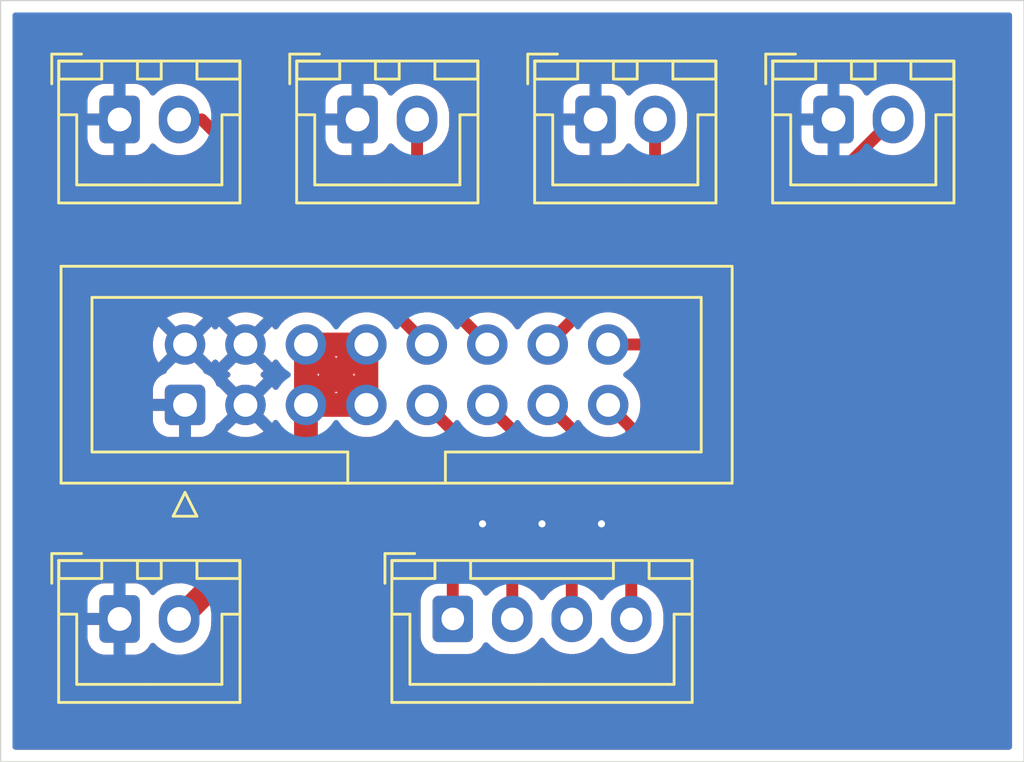
<source format=kicad_pcb>
(kicad_pcb (version 20241229) (generator "pcbnew") (generator_version "9.0")
  (layers (0 "F.Cu" signal) (2 "B.Cu" signal) (13 "F.Paste" user) (15 "B.Paste" user) (5 "F.SilkS" user "F.Silkscreen") (7 "B.SilkS" user "B.Silkscreen") (1 "F.Mask" user) (3 "B.Mask" user) (25 "Edge.Cuts" user))
  (net 0 "")
  (net 1 "/GND")
  (net 2 "/24V")
  (net 3 "Net-(J1-Pin_11)")
  (net 4 "Net-(J1-Pin_13)")
  (net 5 "Net-(J1-Pin_15)")
  (net 6 "Net-(J1-Pin_16)")
  (net 7 "Net-(J1-Pin_14)")
  (net 8 "Net-(J1-Pin_10)")
  (net 9 "Net-(J1-Pin_9)")
  (net 10 "Net-(J1-Pin_12)")
  (footprint "Connector_JST:JST_XH_B2B-XH-A_1x02_P2.50mm_Vertical" (layer "F.Cu") (at 50 30)
    (property "Reference" "J3" (hide yes))
    (property "Value" "X-STOP")
    (fp_line (start -2.85 -2.75) (end -2.85 -1.5) (stroke (width 0.12)) (layer "F.SilkS"))
    (fp_line (start -2.56 -2.46) (end -2.56 3.51) (stroke (width 0.12)) (layer "F.SilkS"))
    (fp_line (start -2.56 3.51) (end 5.06 3.51) (stroke (width 0.12)) (layer "F.SilkS"))
    (fp_line (start -2.55 -2.45) (end -2.55 -1.7) (stroke (width 0.12)) (layer "F.SilkS"))
    (fp_line (start -2.55 -1.7) (end -0.75 -1.7) (stroke (width 0.12)) (layer "F.SilkS"))
    (fp_line (start -2.55 -0.2) (end -1.8 -0.2) (stroke (width 0.12)) (layer "F.SilkS"))
    (fp_line (start -1.8 -0.2) (end -1.8 2.75) (stroke (width 0.12)) (layer "F.SilkS"))
    (fp_line (start -1.8 2.75) (end 1.25 2.75) (stroke (width 0.12)) (layer "F.SilkS"))
    (fp_line (start -1.6 -2.75) (end -2.85 -2.75) (stroke (width 0.12)) (layer "F.SilkS"))
    (fp_line (start -0.75 -2.45) (end -2.55 -2.45) (stroke (width 0.12)) (layer "F.SilkS"))
    (fp_line (start -0.75 -1.7) (end -0.75 -2.45) (stroke (width 0.12)) (layer "F.SilkS"))
    (fp_line (start 0.75 -2.45) (end 0.75 -1.7) (stroke (width 0.12)) (layer "F.SilkS"))
    (fp_line (start 0.75 -1.7) (end 1.75 -1.7) (stroke (width 0.12)) (layer "F.SilkS"))
    (fp_line (start 1.75 -2.45) (end 0.75 -2.45) (stroke (width 0.12)) (layer "F.SilkS"))
    (fp_line (start 1.75 -1.7) (end 1.75 -2.45) (stroke (width 0.12)) (layer "F.SilkS"))
    (fp_line (start 3.25 -2.45) (end 3.25 -1.7) (stroke (width 0.12)) (layer "F.SilkS"))
    (fp_line (start 3.25 -1.7) (end 5.05 -1.7) (stroke (width 0.12)) (layer "F.SilkS"))
    (fp_line (start 4.3 -0.2) (end 4.3 2.75) (stroke (width 0.12)) (layer "F.SilkS"))
    (fp_line (start 4.3 2.75) (end 1.25 2.75) (stroke (width 0.12)) (layer "F.SilkS"))
    (fp_line (start 5.05 -2.45) (end 3.25 -2.45) (stroke (width 0.12)) (layer "F.SilkS"))
    (fp_line (start 5.05 -1.7) (end 5.05 -2.45) (stroke (width 0.12)) (layer "F.SilkS"))
    (fp_line (start 5.05 -0.2) (end 4.3 -0.2) (stroke (width 0.12)) (layer "F.SilkS"))
    (fp_line (start 5.06 -2.46) (end -2.56 -2.46) (stroke (width 0.12)) (layer "F.SilkS"))
    (fp_line (start 5.06 3.51) (end 5.06 -2.46) (stroke (width 0.12)) (layer "F.SilkS"))
    (pad "1" thru_hole roundrect (at 0 0) (size 1.7 2) (drill 1) (layers "*.Cu" "*.Mask") (roundrect_rratio 0.147059) (net 1 "/GND"))
    (pad "2" thru_hole oval (at 2.5 0) (size 1.7 2) (drill 1) (layers "*.Cu" "*.Mask") (net 7 "Net-(J1-Pin_14)"))
  )
  (footprint "Connector_JST:JST_XH_B2B-XH-A_1x02_P2.50mm_Vertical" (layer "F.Cu") (at 30 30)
    (property "Reference" "J2" (hide yes))
    (property "Value" "C FAN")
    (fp_line (start -2.85 -2.75) (end -2.85 -1.5) (stroke (width 0.12)) (layer "F.SilkS"))
    (fp_line (start -2.56 -2.46) (end -2.56 3.51) (stroke (width 0.12)) (layer "F.SilkS"))
    (fp_line (start -2.56 3.51) (end 5.06 3.51) (stroke (width 0.12)) (layer "F.SilkS"))
    (fp_line (start -2.55 -2.45) (end -2.55 -1.7) (stroke (width 0.12)) (layer "F.SilkS"))
    (fp_line (start -2.55 -1.7) (end -0.75 -1.7) (stroke (width 0.12)) (layer "F.SilkS"))
    (fp_line (start -2.55 -0.2) (end -1.8 -0.2) (stroke (width 0.12)) (layer "F.SilkS"))
    (fp_line (start -1.8 -0.2) (end -1.8 2.75) (stroke (width 0.12)) (layer "F.SilkS"))
    (fp_line (start -1.8 2.75) (end 1.25 2.75) (stroke (width 0.12)) (layer "F.SilkS"))
    (fp_line (start -1.6 -2.75) (end -2.85 -2.75) (stroke (width 0.12)) (layer "F.SilkS"))
    (fp_line (start -0.75 -2.45) (end -2.55 -2.45) (stroke (width 0.12)) (layer "F.SilkS"))
    (fp_line (start -0.75 -1.7) (end -0.75 -2.45) (stroke (width 0.12)) (layer "F.SilkS"))
    (fp_line (start 0.75 -2.45) (end 0.75 -1.7) (stroke (width 0.12)) (layer "F.SilkS"))
    (fp_line (start 0.75 -1.7) (end 1.75 -1.7) (stroke (width 0.12)) (layer "F.SilkS"))
    (fp_line (start 1.75 -2.45) (end 0.75 -2.45) (stroke (width 0.12)) (layer "F.SilkS"))
    (fp_line (start 1.75 -1.7) (end 1.75 -2.45) (stroke (width 0.12)) (layer "F.SilkS"))
    (fp_line (start 3.25 -2.45) (end 3.25 -1.7) (stroke (width 0.12)) (layer "F.SilkS"))
    (fp_line (start 3.25 -1.7) (end 5.05 -1.7) (stroke (width 0.12)) (layer "F.SilkS"))
    (fp_line (start 4.3 -0.2) (end 4.3 2.75) (stroke (width 0.12)) (layer "F.SilkS"))
    (fp_line (start 4.3 2.75) (end 1.25 2.75) (stroke (width 0.12)) (layer "F.SilkS"))
    (fp_line (start 5.05 -2.45) (end 3.25 -2.45) (stroke (width 0.12)) (layer "F.SilkS"))
    (fp_line (start 5.05 -1.7) (end 5.05 -2.45) (stroke (width 0.12)) (layer "F.SilkS"))
    (fp_line (start 5.05 -0.2) (end 4.3 -0.2) (stroke (width 0.12)) (layer "F.SilkS"))
    (fp_line (start 5.06 -2.46) (end -2.56 -2.46) (stroke (width 0.12)) (layer "F.SilkS"))
    (fp_line (start 5.06 3.51) (end 5.06 -2.46) (stroke (width 0.12)) (layer "F.SilkS"))
    (pad "1" thru_hole roundrect (at 0 0) (size 1.7 2) (drill 1) (layers "*.Cu" "*.Mask") (roundrect_rratio 0.147059) (net 1 "/GND"))
    (pad "2" thru_hole oval (at 2.5 0) (size 1.7 2) (drill 1) (layers "*.Cu" "*.Mask") (net 8 "Net-(J1-Pin_10)"))
  )
  (footprint "Connector_JST:JST_XH_B2B-XH-A_1x02_P2.50mm_Vertical" (layer "F.Cu") (at 30 51)
    (property "Reference" "J6" (hide yes))
    (property "Value" "E-FAN")
    (fp_line (start -2.85 -2.75) (end -2.85 -1.5) (stroke (width 0.12)) (layer "F.SilkS"))
    (fp_line (start -2.56 -2.46) (end -2.56 3.51) (stroke (width 0.12)) (layer "F.SilkS"))
    (fp_line (start -2.56 3.51) (end 5.06 3.51) (stroke (width 0.12)) (layer "F.SilkS"))
    (fp_line (start -2.55 -2.45) (end -2.55 -1.7) (stroke (width 0.12)) (layer "F.SilkS"))
    (fp_line (start -2.55 -1.7) (end -0.75 -1.7) (stroke (width 0.12)) (layer "F.SilkS"))
    (fp_line (start -2.55 -0.2) (end -1.8 -0.2) (stroke (width 0.12)) (layer "F.SilkS"))
    (fp_line (start -1.8 -0.2) (end -1.8 2.75) (stroke (width 0.12)) (layer "F.SilkS"))
    (fp_line (start -1.8 2.75) (end 1.25 2.75) (stroke (width 0.12)) (layer "F.SilkS"))
    (fp_line (start -1.6 -2.75) (end -2.85 -2.75) (stroke (width 0.12)) (layer "F.SilkS"))
    (fp_line (start -0.75 -2.45) (end -2.55 -2.45) (stroke (width 0.12)) (layer "F.SilkS"))
    (fp_line (start -0.75 -1.7) (end -0.75 -2.45) (stroke (width 0.12)) (layer "F.SilkS"))
    (fp_line (start 0.75 -2.45) (end 0.75 -1.7) (stroke (width 0.12)) (layer "F.SilkS"))
    (fp_line (start 0.75 -1.7) (end 1.75 -1.7) (stroke (width 0.12)) (layer "F.SilkS"))
    (fp_line (start 1.75 -2.45) (end 0.75 -2.45) (stroke (width 0.12)) (layer "F.SilkS"))
    (fp_line (start 1.75 -1.7) (end 1.75 -2.45) (stroke (width 0.12)) (layer "F.SilkS"))
    (fp_line (start 3.25 -2.45) (end 3.25 -1.7) (stroke (width 0.12)) (layer "F.SilkS"))
    (fp_line (start 3.25 -1.7) (end 5.05 -1.7) (stroke (width 0.12)) (layer "F.SilkS"))
    (fp_line (start 4.3 -0.2) (end 4.3 2.75) (stroke (width 0.12)) (layer "F.SilkS"))
    (fp_line (start 4.3 2.75) (end 1.25 2.75) (stroke (width 0.12)) (layer "F.SilkS"))
    (fp_line (start 5.05 -2.45) (end 3.25 -2.45) (stroke (width 0.12)) (layer "F.SilkS"))
    (fp_line (start 5.05 -1.7) (end 5.05 -2.45) (stroke (width 0.12)) (layer "F.SilkS"))
    (fp_line (start 5.05 -0.2) (end 4.3 -0.2) (stroke (width 0.12)) (layer "F.SilkS"))
    (fp_line (start 5.06 -2.46) (end -2.56 -2.46) (stroke (width 0.12)) (layer "F.SilkS"))
    (fp_line (start 5.06 3.51) (end 5.06 -2.46) (stroke (width 0.12)) (layer "F.SilkS"))
    (pad "1" thru_hole roundrect (at 0 0) (size 1.7 2) (drill 1) (layers "*.Cu" "*.Mask") (roundrect_rratio 0.147059) (net 1 "/GND"))
    (pad "2" thru_hole oval (at 2.5 0) (size 1.7 2) (drill 1) (layers "*.Cu" "*.Mask") (net 2 "/24V"))
  )
  (footprint "Connector_JST:JST_XH_B2B-XH-A_1x02_P2.50mm_Vertical" (layer "F.Cu") (at 60 30)
    (property "Reference" "J4" (hide yes))
    (property "Value" "E0")
    (fp_line (start -2.85 -2.75) (end -2.85 -1.5) (stroke (width 0.12)) (layer "F.SilkS"))
    (fp_line (start -2.56 -2.46) (end -2.56 3.51) (stroke (width 0.12)) (layer "F.SilkS"))
    (fp_line (start -2.56 3.51) (end 5.06 3.51) (stroke (width 0.12)) (layer "F.SilkS"))
    (fp_line (start -2.55 -2.45) (end -2.55 -1.7) (stroke (width 0.12)) (layer "F.SilkS"))
    (fp_line (start -2.55 -1.7) (end -0.75 -1.7) (stroke (width 0.12)) (layer "F.SilkS"))
    (fp_line (start -2.55 -0.2) (end -1.8 -0.2) (stroke (width 0.12)) (layer "F.SilkS"))
    (fp_line (start -1.8 -0.2) (end -1.8 2.75) (stroke (width 0.12)) (layer "F.SilkS"))
    (fp_line (start -1.8 2.75) (end 1.25 2.75) (stroke (width 0.12)) (layer "F.SilkS"))
    (fp_line (start -1.6 -2.75) (end -2.85 -2.75) (stroke (width 0.12)) (layer "F.SilkS"))
    (fp_line (start -0.75 -2.45) (end -2.55 -2.45) (stroke (width 0.12)) (layer "F.SilkS"))
    (fp_line (start -0.75 -1.7) (end -0.75 -2.45) (stroke (width 0.12)) (layer "F.SilkS"))
    (fp_line (start 0.75 -2.45) (end 0.75 -1.7) (stroke (width 0.12)) (layer "F.SilkS"))
    (fp_line (start 0.75 -1.7) (end 1.75 -1.7) (stroke (width 0.12)) (layer "F.SilkS"))
    (fp_line (start 1.75 -2.45) (end 0.75 -2.45) (stroke (width 0.12)) (layer "F.SilkS"))
    (fp_line (start 1.75 -1.7) (end 1.75 -2.45) (stroke (width 0.12)) (layer "F.SilkS"))
    (fp_line (start 3.25 -2.45) (end 3.25 -1.7) (stroke (width 0.12)) (layer "F.SilkS"))
    (fp_line (start 3.25 -1.7) (end 5.05 -1.7) (stroke (width 0.12)) (layer "F.SilkS"))
    (fp_line (start 4.3 -0.2) (end 4.3 2.75) (stroke (width 0.12)) (layer "F.SilkS"))
    (fp_line (start 4.3 2.75) (end 1.25 2.75) (stroke (width 0.12)) (layer "F.SilkS"))
    (fp_line (start 5.05 -2.45) (end 3.25 -2.45) (stroke (width 0.12)) (layer "F.SilkS"))
    (fp_line (start 5.05 -1.7) (end 5.05 -2.45) (stroke (width 0.12)) (layer "F.SilkS"))
    (fp_line (start 5.05 -0.2) (end 4.3 -0.2) (stroke (width 0.12)) (layer "F.SilkS"))
    (fp_line (start 5.06 -2.46) (end -2.56 -2.46) (stroke (width 0.12)) (layer "F.SilkS"))
    (fp_line (start 5.06 3.51) (end 5.06 -2.46) (stroke (width 0.12)) (layer "F.SilkS"))
    (pad "1" thru_hole roundrect (at 0 0) (size 1.7 2) (drill 1) (layers "*.Cu" "*.Mask") (roundrect_rratio 0.147059) (net 1 "/GND"))
    (pad "2" thru_hole oval (at 2.5 0) (size 1.7 2) (drill 1) (layers "*.Cu" "*.Mask") (net 6 "Net-(J1-Pin_16)"))
  )
  (footprint "Connector_IDC:IDC-Header_2x08_P2.54mm_Vertical" (layer "F.Cu") (at 32.75 42 90)
    (property "Reference" "J1" (hide yes))
    (property "Value" "i3 Connector")
    (fp_line (start 5.83 -5.21) (end 5.83 22.99) (stroke (width 0.12)) (layer "F.SilkS"))
    (fp_line (start -3.29 -5.21) (end 5.83 -5.21) (stroke (width 0.12)) (layer "F.SilkS"))
    (fp_line (start 4.52 -3.91) (end 4.52 21.69) (stroke (width 0.12)) (layer "F.SilkS"))
    (fp_line (start -1.98 -3.91) (end 4.52 -3.91) (stroke (width 0.12)) (layer "F.SilkS"))
    (fp_line (start -4.68 -0.5) (end -4.68 0.5) (stroke (width 0.12)) (layer "F.SilkS"))
    (fp_line (start -3.68 0) (end -4.68 -0.5) (stroke (width 0.12)) (layer "F.SilkS"))
    (fp_line (start -4.68 0.5) (end -3.68 0) (stroke (width 0.12)) (layer "F.SilkS"))
    (fp_line (start -1.98 6.84) (end -1.98 -3.91) (stroke (width 0.12)) (layer "F.SilkS"))
    (fp_line (start -3.29 6.84) (end -1.98 6.84) (stroke (width 0.12)) (layer "F.SilkS"))
    (fp_line (start -1.98 10.94) (end -3.29 10.94) (stroke (width 0.12)) (layer "F.SilkS"))
    (fp_line (start 4.52 21.69) (end -1.98 21.69) (stroke (width 0.12)) (layer "F.SilkS"))
    (fp_line (start -1.98 21.69) (end -1.98 10.94) (stroke (width 0.12)) (layer "F.SilkS"))
    (fp_line (start 5.83 22.99) (end -3.29 22.99) (stroke (width 0.12)) (layer "F.SilkS"))
    (fp_line (start -3.29 22.99) (end -3.29 -5.21) (stroke (width 0.12)) (layer "F.SilkS"))
    (pad "1" thru_hole roundrect (at 0 0 90) (size 1.7 1.7) (drill 1) (layers "*.Cu" "*.Mask") (roundrect_rratio 0.147059) (net 1 "/GND"))
    (pad "2" thru_hole circle (at 2.54 0 90) (size 1.7 1.7) (drill 1) (layers "*.Cu" "*.Mask") (net 1 "/GND"))
    (pad "3" thru_hole circle (at 0 2.54 90) (size 1.7 1.7) (drill 1) (layers "*.Cu" "*.Mask") (net 1 "/GND"))
    (pad "4" thru_hole circle (at 2.54 2.54 90) (size 1.7 1.7) (drill 1) (layers "*.Cu" "*.Mask") (net 1 "/GND"))
    (pad "5" thru_hole circle (at 0 5.08 90) (size 1.7 1.7) (drill 1) (layers "*.Cu" "*.Mask") (net 2 "/24V"))
    (pad "6" thru_hole circle (at 2.54 5.08 90) (size 1.7 1.7) (drill 1) (layers "*.Cu" "*.Mask") (net 2 "/24V"))
    (pad "7" thru_hole circle (at 0 7.62 90) (size 1.7 1.7) (drill 1) (layers "*.Cu" "*.Mask") (net 2 "/24V"))
    (pad "8" thru_hole circle (at 2.54 7.62 90) (size 1.7 1.7) (drill 1) (layers "*.Cu" "*.Mask") (net 2 "/24V"))
    (pad "9" thru_hole circle (at 0 10.16 90) (size 1.7 1.7) (drill 1) (layers "*.Cu" "*.Mask") (net 9 "Net-(J1-Pin_9)"))
    (pad "10" thru_hole circle (at 2.54 10.16 90) (size 1.7 1.7) (drill 1) (layers "*.Cu" "*.Mask") (net 8 "Net-(J1-Pin_10)"))
    (pad "11" thru_hole circle (at 0 12.7 90) (size 1.7 1.7) (drill 1) (layers "*.Cu" "*.Mask") (net 3 "Net-(J1-Pin_11)"))
    (pad "12" thru_hole circle (at 2.54 12.7 90) (size 1.7 1.7) (drill 1) (layers "*.Cu" "*.Mask") (net 10 "Net-(J1-Pin_12)"))
    (pad "13" thru_hole circle (at 0 15.24 90) (size 1.7 1.7) (drill 1) (layers "*.Cu" "*.Mask") (net 4 "Net-(J1-Pin_13)"))
    (pad "14" thru_hole circle (at 2.54 15.24 90) (size 1.7 1.7) (drill 1) (layers "*.Cu" "*.Mask") (net 7 "Net-(J1-Pin_14)"))
    (pad "15" thru_hole circle (at 0 17.78 90) (size 1.7 1.7) (drill 1) (layers "*.Cu" "*.Mask") (net 5 "Net-(J1-Pin_15)"))
    (pad "16" thru_hole circle (at 2.54 17.78 90) (size 1.7 1.7) (drill 1) (layers "*.Cu" "*.Mask") (net 6 "Net-(J1-Pin_16)"))
  )
  (footprint "Connector_JST:JST_XH_B4B-XH-A_1x04_P2.50mm_Vertical" (layer "F.Cu") (at 44 51)
    (property "Reference" "J7" (hide yes))
    (property "Value" "EM")
    (fp_line (start -2.85 -2.75) (end -2.85 -1.5) (stroke (width 0.12)) (layer "F.SilkS"))
    (fp_line (start -2.56 -2.46) (end -2.56 3.51) (stroke (width 0.12)) (layer "F.SilkS"))
    (fp_line (start -2.56 3.51) (end 10.06 3.51) (stroke (width 0.12)) (layer "F.SilkS"))
    (fp_line (start -2.55 -2.45) (end -2.55 -1.7) (stroke (width 0.12)) (layer "F.SilkS"))
    (fp_line (start -2.55 -1.7) (end -0.75 -1.7) (stroke (width 0.12)) (layer "F.SilkS"))
    (fp_line (start -2.55 -0.2) (end -1.8 -0.2) (stroke (width 0.12)) (layer "F.SilkS"))
    (fp_line (start -1.8 -0.2) (end -1.8 2.75) (stroke (width 0.12)) (layer "F.SilkS"))
    (fp_line (start -1.8 2.75) (end 3.75 2.75) (stroke (width 0.12)) (layer "F.SilkS"))
    (fp_line (start -1.6 -2.75) (end -2.85 -2.75) (stroke (width 0.12)) (layer "F.SilkS"))
    (fp_line (start -0.75 -2.45) (end -2.55 -2.45) (stroke (width 0.12)) (layer "F.SilkS"))
    (fp_line (start -0.75 -1.7) (end -0.75 -2.45) (stroke (width 0.12)) (layer "F.SilkS"))
    (fp_line (start 0.75 -2.45) (end 0.75 -1.7) (stroke (width 0.12)) (layer "F.SilkS"))
    (fp_line (start 0.75 -1.7) (end 6.75 -1.7) (stroke (width 0.12)) (layer "F.SilkS"))
    (fp_line (start 6.75 -2.45) (end 0.75 -2.45) (stroke (width 0.12)) (layer "F.SilkS"))
    (fp_line (start 6.75 -1.7) (end 6.75 -2.45) (stroke (width 0.12)) (layer "F.SilkS"))
    (fp_line (start 8.25 -2.45) (end 8.25 -1.7) (stroke (width 0.12)) (layer "F.SilkS"))
    (fp_line (start 8.25 -1.7) (end 10.05 -1.7) (stroke (width 0.12)) (layer "F.SilkS"))
    (fp_line (start 9.3 -0.2) (end 9.3 2.75) (stroke (width 0.12)) (layer "F.SilkS"))
    (fp_line (start 9.3 2.75) (end 3.75 2.75) (stroke (width 0.12)) (layer "F.SilkS"))
    (fp_line (start 10.05 -2.45) (end 8.25 -2.45) (stroke (width 0.12)) (layer "F.SilkS"))
    (fp_line (start 10.05 -1.7) (end 10.05 -2.45) (stroke (width 0.12)) (layer "F.SilkS"))
    (fp_line (start 10.05 -0.2) (end 9.3 -0.2) (stroke (width 0.12)) (layer "F.SilkS"))
    (fp_line (start 10.06 -2.46) (end -2.56 -2.46) (stroke (width 0.12)) (layer "F.SilkS"))
    (fp_line (start 10.06 3.51) (end 10.06 -2.46) (stroke (width 0.12)) (layer "F.SilkS"))
    (pad "1" thru_hole roundrect (at 0 0) (size 1.7 1.95) (drill 0.95) (layers "*.Cu" "*.Mask") (roundrect_rratio 0.147059) (net 9 "Net-(J1-Pin_9)"))
    (pad "2" thru_hole oval (at 2.5 0) (size 1.7 1.95) (drill 0.95) (layers "*.Cu" "*.Mask") (net 3 "Net-(J1-Pin_11)"))
    (pad "3" thru_hole oval (at 5 0) (size 1.7 1.95) (drill 0.95) (layers "*.Cu" "*.Mask") (net 4 "Net-(J1-Pin_13)"))
    (pad "4" thru_hole oval (at 7.5 0) (size 1.7 1.95) (drill 0.95) (layers "*.Cu" "*.Mask") (net 5 "Net-(J1-Pin_15)"))
  )
  (footprint "Connector_JST:JST_XH_B2B-XH-A_1x02_P2.50mm_Vertical" (layer "F.Cu") (at 40 30)
    (property "Reference" "J5" (hide yes))
    (property "Value" "TH0")
    (fp_line (start -2.85 -2.75) (end -2.85 -1.5) (stroke (width 0.12)) (layer "F.SilkS"))
    (fp_line (start -2.56 -2.46) (end -2.56 3.51) (stroke (width 0.12)) (layer "F.SilkS"))
    (fp_line (start -2.56 3.51) (end 5.06 3.51) (stroke (width 0.12)) (layer "F.SilkS"))
    (fp_line (start -2.55 -2.45) (end -2.55 -1.7) (stroke (width 0.12)) (layer "F.SilkS"))
    (fp_line (start -2.55 -1.7) (end -0.75 -1.7) (stroke (width 0.12)) (layer "F.SilkS"))
    (fp_line (start -2.55 -0.2) (end -1.8 -0.2) (stroke (width 0.12)) (layer "F.SilkS"))
    (fp_line (start -1.8 -0.2) (end -1.8 2.75) (stroke (width 0.12)) (layer "F.SilkS"))
    (fp_line (start -1.8 2.75) (end 1.25 2.75) (stroke (width 0.12)) (layer "F.SilkS"))
    (fp_line (start -1.6 -2.75) (end -2.85 -2.75) (stroke (width 0.12)) (layer "F.SilkS"))
    (fp_line (start -0.75 -2.45) (end -2.55 -2.45) (stroke (width 0.12)) (layer "F.SilkS"))
    (fp_line (start -0.75 -1.7) (end -0.75 -2.45) (stroke (width 0.12)) (layer "F.SilkS"))
    (fp_line (start 0.75 -2.45) (end 0.75 -1.7) (stroke (width 0.12)) (layer "F.SilkS"))
    (fp_line (start 0.75 -1.7) (end 1.75 -1.7) (stroke (width 0.12)) (layer "F.SilkS"))
    (fp_line (start 1.75 -2.45) (end 0.75 -2.45) (stroke (width 0.12)) (layer "F.SilkS"))
    (fp_line (start 1.75 -1.7) (end 1.75 -2.45) (stroke (width 0.12)) (layer "F.SilkS"))
    (fp_line (start 3.25 -2.45) (end 3.25 -1.7) (stroke (width 0.12)) (layer "F.SilkS"))
    (fp_line (start 3.25 -1.7) (end 5.05 -1.7) (stroke (width 0.12)) (layer "F.SilkS"))
    (fp_line (start 4.3 -0.2) (end 4.3 2.75) (stroke (width 0.12)) (layer "F.SilkS"))
    (fp_line (start 4.3 2.75) (end 1.25 2.75) (stroke (width 0.12)) (layer "F.SilkS"))
    (fp_line (start 5.05 -2.45) (end 3.25 -2.45) (stroke (width 0.12)) (layer "F.SilkS"))
    (fp_line (start 5.05 -1.7) (end 5.05 -2.45) (stroke (width 0.12)) (layer "F.SilkS"))
    (fp_line (start 5.05 -0.2) (end 4.3 -0.2) (stroke (width 0.12)) (layer "F.SilkS"))
    (fp_line (start 5.06 -2.46) (end -2.56 -2.46) (stroke (width 0.12)) (layer "F.SilkS"))
    (fp_line (start 5.06 3.51) (end 5.06 -2.46) (stroke (width 0.12)) (layer "F.SilkS"))
    (pad "1" thru_hole roundrect (at 0 0) (size 1.7 2) (drill 1) (layers "*.Cu" "*.Mask") (roundrect_rratio 0.147059) (net 1 "/GND"))
    (pad "2" thru_hole oval (at 2.5 0) (size 1.7 2) (drill 1) (layers "*.Cu" "*.Mask") (net 10 "Net-(J1-Pin_12)"))
  )
  (gr_rect (start 25 25) (end 68 57) (stroke (width 0.05)) (fill no) (layer "Edge.Cuts"))
  (via (at 50.25 47) (size 0.5) (drill 0.3) (layers "F.Cu" "B.Cu") (net 1))
  (via (at 47.75 47) (size 0.5) (drill 0.3) (layers "F.Cu" "B.Cu") (net 1))
  (via (at 45.25 47) (size 0.5) (drill 0.3) (layers "F.Cu" "B.Cu") (net 1))
  (segment (start 37.83 42) (end 40.37 39.46) (width 1) (layer "F.Cu") (net 2))
  (segment (start 37.83 39.46) (end 37.83 42) (width 1) (layer "F.Cu") (net 2))
  (segment (start 37.83 39.46) (end 40.37 42) (width 1) (layer "F.Cu") (net 2))
  (segment (start 37.83 42) (end 40.37 42) (width 1) (layer "F.Cu") (net 2))
  (segment (start 32.5 51) (end 37.83 45.67) (width 1) (layer "F.Cu") (net 2))
  (segment (start 40.37 42) (end 40.37 39.46) (width 1) (layer "F.Cu") (net 2))
  (segment (start 40.37 39.46) (end 37.83 39.46) (width 1) (layer "F.Cu") (net 2))
  (segment (start 37.83 45.67) (end 37.83 42) (width 1) (layer "F.Cu") (net 2))
  (segment (start 45.45 42) (end 46.5 43.05) (width 0.5) (layer "F.Cu") (net 3))
  (segment (start 46.5 43.05) (end 46.5 51) (width 0.5) (layer "F.Cu") (net 3))
  (segment (start 47.99 42) (end 49 43.01) (width 0.5) (layer "F.Cu") (net 4))
  (segment (start 49 43.01) (end 49 51) (width 0.5) (layer "F.Cu") (net 4))
  (segment (start 50.53 42) (end 51.5 42.97) (width 0.5) (layer "F.Cu") (net 5))
  (segment (start 51.5 42.97) (end 51.5 51) (width 0.5) (layer "F.Cu") (net 5))
  (segment (start 53.04 39.46) (end 62.5 30) (width 0.5) (layer "F.Cu") (net 6))
  (segment (start 50.53 39.46) (end 53.04 39.46) (width 0.5) (layer "F.Cu") (net 6))
  (segment (start 47.99 39.46) (end 52.5 34.95) (width 0.5) (layer "F.Cu") (net 7))
  (segment (start 52.5 34.95) (end 52.5 30) (width 0.5) (layer "F.Cu") (net 7))
  (segment (start 32.5 30) (end 33.45 30) (width 0.5) (layer "F.Cu") (net 8))
  (segment (start 33.45 30) (end 42.91 39.46) (width 0.5) (layer "F.Cu") (net 8))
  (segment (start 44 43.09) (end 44 51) (width 0.5) (layer "F.Cu") (net 9))
  (segment (start 42.91 42) (end 44 43.09) (width 0.5) (layer "F.Cu") (net 9))
  (segment (start 42.5 36.51) (end 45.45 39.46) (width 0.5) (layer "F.Cu") (net 10))
  (segment (start 42.5 30) (end 42.5 36.51) (width 0.5) (layer "F.Cu") (net 10))
  (zone (net 1) (net_name "/GND") (layer "F.Cu") (connect_pads (clearance 0.5)) (min_thickness 0.25) (fill yes (thermal_gap 0.5) (thermal_bridge_width 0.5))
    (polygon (pts (xy 68 25) (xy 68 57) (xy 25 57) (xy 25 25)))
  )
  (zone (net 1) (net_name "/GND") (layer "B.Cu") (connect_pads (clearance 0.5)) (min_thickness 0.25) (fill yes (thermal_gap 0.5) (thermal_bridge_width 0.5))
    (polygon (pts (xy 68 25) (xy 68 57) (xy 25 57) (xy 25 25)))
  )
)
</source>
